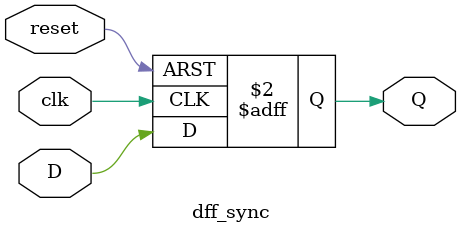
<source format=v>
module dff_sync (
    input  wire clk,
    input  wire reset,   // active high async reset
    input  wire D,
    output reg  Q
);

    always @(posedge clk or posedge reset) begin
        if (reset)
            Q <= 1'b0;
        else
            Q <= D;
    end

endmodule

</source>
